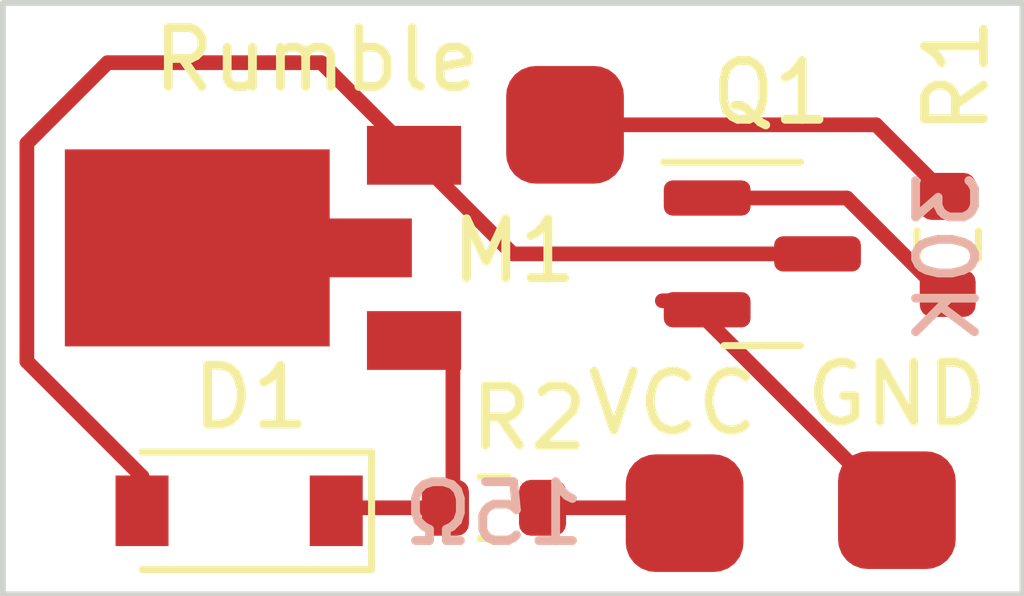
<source format=kicad_pcb>
(kicad_pcb (version 20211014) (generator pcbnew)
  (layers (0 "F.Cu" signal) (31 "B.Cu" signal) (34 "B.Paste" user) (35 "F.Paste" user) (36 "B.SilkS" user "B.Silkscreen") (37 "F.SilkS" user "F.Silkscreen") (38 "B.Mask" user) (39 "F.Mask" user) (44 "Edge.Cuts" user))
  (net 0 "")
  (net 1 "Net-(D1-Pad1)")
  (net 2 "Net-(D1-Pad2)")
  (net 3 "Net-(Q1-Pad1)")
  (net 4 "Net-(R1-Pad1)")
  (net 5 "Net-(Q1-Pad2)")
  (net 6 "Net-(R2-Pad2)")
  (footprint "custom_connectors:2mm_test_point_smd" (layer "F.Cu") (at 138.2776 86.0552)
    (fp_text reference "TP1" hide)
    (fp_text value "TestPoint" hide)
    (pad "1" smd roundrect locked (at 0 -0.01016) (size 2 2) (layers "F.Cu" "F.Paste" "F.Mask") (net 4 "Net-(R1-Pad1)"))
  )
  (footprint "Resistor_SMD:R_0603_1608Metric" (layer "F.Cu") (at 137.0706 92.5576)
    (fp_text reference "R2" (at 0.5974 -1.524) (layer "F.SilkS"))
    (fp_text value "15Ω" (at 0 0.1016) (layer "B.SilkS") (effects (justify mirror)))
    (fp_line (start -0.237258 0.5225) (end 0.237258 0.5225) (layer "F.SilkS") (width 0.12))
    (fp_line (start -0.237258 -0.5225) (end 0.237258 -0.5225) (layer "F.SilkS") (width 0.12))
    (pad "1" smd roundrect (at -0.825 0) (size 0.8 0.95) (layers "F.Cu" "F.Paste" "F.Mask") (net 1 "Net-(D1-Pad1)"))
    (pad "2" smd roundrect (at 0.825 0) (size 0.8 0.95) (layers "F.Cu" "F.Paste" "F.Mask") (net 6 "Net-(R2-Pad2)"))
  )
  (footprint "custom_connectors:2mm_test_point_smd" (layer "F.Cu") (at 140.3096 92.6592)
    (fp_text reference "TP3" hide)
    (fp_text value "TestPoint" hide)
    (pad "1" smd roundrect locked (at 0 -0.01016) (size 2 2) (layers "F.Cu" "F.Paste" "F.Mask") (net 6 "Net-(R2-Pad2)"))
  )
  (footprint "custom_connectors:2mm_test_point_smd" (layer "F.Cu") (at 143.9164 92.6084)
    (fp_text reference "TP2" hide)
    (fp_text value "TestPoint" hide)
    (pad "1" smd roundrect locked (at 0 -0.01016) (size 2 2) (layers "F.Cu" "F.Paste" "F.Mask") (net 5 "Net-(Q1-Pad2)"))
  )
  (footprint "Resistor_SMD:R_0603_1608Metric" (layer "F.Cu") (at 144.78 88.0872 -90)
    (fp_text reference "R1" (at -2.8834 -0.1524 90) (layer "F.SilkS"))
    (fp_text value "30K" (at 0.2154 0 90) (layer "B.SilkS") (effects (justify mirror)))
    (fp_line (start -0.237258 -0.5225) (end 0.237258 -0.5225) (layer "F.SilkS") (width 0.12))
    (fp_line (start -0.237258 0.5225) (end 0.237258 0.5225) (layer "F.SilkS") (width 0.12))
    (pad "1" smd roundrect (at -0.825 0 270) (size 0.8 0.95) (layers "F.Cu" "F.Paste" "F.Mask") (net 4 "Net-(R1-Pad1)"))
    (pad "2" smd roundrect (at 0.825 0 270) (size 0.8 0.95) (layers "F.Cu" "F.Paste" "F.Mask") (net 3 "Net-(Q1-Pad1)"))
  )
  (footprint "custom_connectors:ANDA-T1035_vib_motor" (layer "F.Cu") (at 134.9756 88.138)
    (fp_text reference "M1" (at 2.4384 0.0508 unlocked) (layer "F.SilkS"))
    (fp_text value "Motor_DC" hide)
    (pad "1" smd rect (at 0.7366 1.5748) (size 1.6 1) (layers "F.Cu" "F.Paste" "F.Mask") (net 1 "Net-(D1-Pad1)"))
    (pad "2" smd rect (at 0.7366 -1.5748) (size 1.6 1) (layers "F.Cu" "F.Paste" "F.Mask") (net 2 "Net-(D1-Pad2)"))
    (pad "3" smd rect (at -2.9464 0) (size 4.5 3.35) (layers "F.Cu" "F.Paste" "F.Mask"))
    (pad "3" smd rect (at 0 0) (size 1.4 1) (layers "F.Cu" "F.Paste" "F.Mask"))
  )
  (footprint "Package_TO_SOT_SMD:SOT-23" (layer "F.Cu") (at 141.6304 88.2396)
    (fp_text reference "Q1" (at 0.1524 -2.7432) (layer "F.SilkS"))
    (fp_text value "BC817-40,215" hide)
    (fp_line (start 0 1.56) (end 0.65 1.56) (layer "F.SilkS") (width 0.12))
    (fp_line (start 0 -1.56) (end 0.65 -1.56) (layer "F.SilkS") (width 0.12))
    (fp_line (start 0 -1.56) (end -1.675 -1.56) (layer "F.SilkS") (width 0.12))
    (fp_line (start 0 1.56) (end -0.65 1.56) (layer "F.SilkS") (width 0.12))
    (pad "1" smd roundrect (at -0.9375 -0.95) (size 1.475 0.6) (layers "F.Cu" "F.Paste" "F.Mask") (net 3 "Net-(Q1-Pad1)"))
    (pad "2" smd roundrect (at -0.9375 0.95) (size 1.475 0.6) (layers "F.Cu" "F.Paste" "F.Mask") (net 5 "Net-(Q1-Pad2)"))
    (pad "3" smd roundrect (at 0.9375 0) (size 1.475 0.6) (layers "F.Cu" "F.Paste" "F.Mask") (net 2 "Net-(D1-Pad2)"))
  )
  (footprint "Diode_SMD:D_SOD-123" (layer "F.Cu") (at 132.7404 92.6084 180)
    (fp_text reference "D1" (at -0.2032 1.9304) (layer "F.SilkS"))
    (fp_text value "D" hide)
    (fp_line (start -2.25 -1) (end 1.65 -1) (layer "F.SilkS") (width 0.12))
    (fp_line (start -2.25 -1) (end -2.25 1) (layer "F.SilkS") (width 0.12))
    (fp_line (start -2.25 1) (end 1.65 1) (layer "F.SilkS") (width 0.12))
    (pad "1" smd rect (at -1.65 0 180) (size 0.9 1.2) (layers "F.Cu" "F.Paste" "F.Mask") (net 1 "Net-(D1-Pad1)"))
    (pad "2" smd rect (at 1.65 0 180) (size 0.9 1.2) (layers "F.Cu" "F.Paste" "F.Mask") (net 2 "Net-(D1-Pad2)"))
  )
  (gr_rect (start 128.7272 83.9724) (end 146.05 94.0308) (layer "Edge.Cuts") (width 0.1) (fill none))
  (gr_text "GND" (at 143.9164 90.6272) (layer "F.SilkS") (effects (font (size 1 1))))
  (gr_text "VCC" (at 140.1064 90.7796) (layer "F.SilkS") (effects (font (size 1 1))))
  (gr_text "Rumble" (at 134.0612 84.9376) (layer "F.SilkS") (effects (font (size 1 1))))
  (segment (start 136.2456 92.5576) (end 134.4412 92.5576) (width 0.25) (layer "F.Cu") (net 1))
  (segment (start 136.3726 89.6112) (end 136.3726 92.4306) (width 0.25) (layer "F.Cu") (net 1))
  (segment (start 134.4412 92.5576) (end 134.3904 92.6084) (width 0.25) (layer "F.Cu") (net 1))
  (segment (start 136.3726 92.4306) (end 136.2456 92.5576) (width 0.25) (layer "F.Cu") (net 1))
  (segment (start 129.1336 86.36) (end 130.5052 84.9884) (width 0.25) (layer "F.Cu") (net 2))
  (segment (start 131.0904 92.0252) (end 129.1336 90.0684) (width 0.25) (layer "F.Cu") (net 2))
  (segment (start 137.3886 88.2396) (end 135.7122 86.5632) (width 0.25) (layer "F.Cu") (net 2))
  (segment (start 130.5052 84.9884) (end 133.2484 84.9884) (width 0.25) (layer "F.Cu") (net 2))
  (segment (start 134.1374 84.9884) (end 135.7122 86.5632) (width 0.25) (layer "F.Cu") (net 2))
  (segment (start 129.1336 90.0684) (end 129.1336 86.36) (width 0.25) (layer "F.Cu") (net 2))
  (segment (start 142.5679 88.2396) (end 137.3886 88.2396) (width 0.25) (layer "F.Cu") (net 2))
  (segment (start 133.2484 84.9884) (end 134.1374 84.9884) (width 0.25) (layer "F.Cu") (net 2))
  (segment (start 131.0904 92.6084) (end 131.0904 92.0252) (width 0.25) (layer "F.Cu") (net 2))
  (segment (start 144.6906 88.9122) (end 144.78 88.9122) (width 0.25) (layer "F.Cu") (net 3))
  (segment (start 140.6929 87.2896) (end 143.068 87.2896) (width 0.25) (layer "F.Cu") (net 3))
  (segment (start 143.068 87.2896) (end 144.6906 88.9122) (width 0.25) (layer "F.Cu") (net 3))
  (segment (start 144.78 87.2622) (end 143.56284 86.04504) (width 0.25) (layer "F.Cu") (net 4))
  (segment (start 143.56284 86.04504) (end 138.2776 86.04504) (width 0.25) (layer "F.Cu") (net 4))
  (segment (start 140.35536 89.0372) (end 139.9309 89.0372) (width 0.25) (layer "F.Cu") (net 5))
  (segment (start 143.9164 92.59824) (end 140.35536 89.0372) (width 0.25) (layer "F.Cu") (net 5))
  (segment (start 137.8956 92.5576) (end 140.21816 92.5576) (width 0.25) (layer "F.Cu") (net 6))
  (segment (start 140.21816 92.5576) (end 140.3096 92.64904) (width 0.25) (layer "F.Cu") (net 6))
)
</source>
